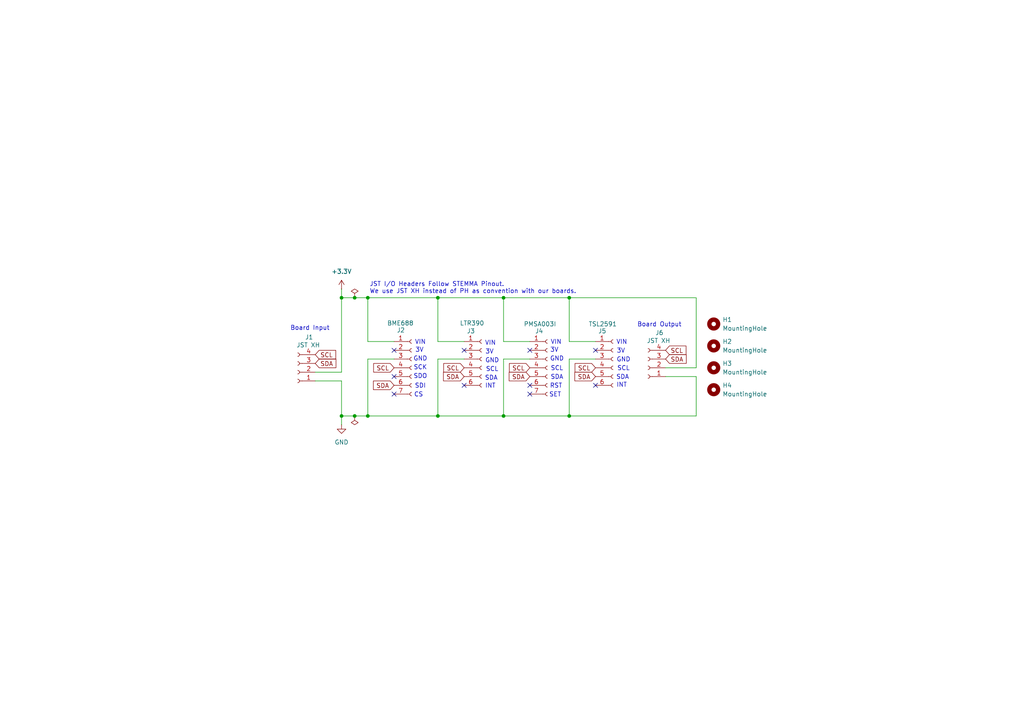
<source format=kicad_sch>
(kicad_sch (version 20250114) (generator "eeschema") (generator_version "9.0")
  (paper "A4")
  (title_block (title "LEOS Purpleboard") (date "2026-02-12") (rev "2.1") (company "VIP Lightning From the Edge of Space"))
  (lib_symbols
    (symbol "Connector:Conn_01x04_Socket" (pin_names (offset 1.016) (hide yes))
      (property "Reference" "J" (at 0 5.08 0))
      (property "Value" "Conn_01x04_Socket" (at 0 -7.62 0))
      (symbol "Conn_01x04_Socket_1_1"
        (polyline (pts (xy -1.27 2.54) (xy -0.508 2.54)) (stroke (width 0.1524)))
        (polyline (pts (xy -1.27 0) (xy -0.508 0)) (stroke (width 0.1524)))
        (polyline (pts (xy -1.27 -2.54) (xy -0.508 -2.54)) (stroke (width 0.1524)))
        (polyline (pts (xy -1.27 -5.08) (xy -0.508 -5.08)) (stroke (width 0.1524)))
        (arc (start 0 2.032) (mid -0.5058 2.54) (end 0 3.048) (stroke (width 0.1524)))
        (arc (start 0 -0.508) (mid -0.5058 0) (end 0 0.508) (stroke (width 0.1524)))
        (arc (start 0 -3.048) (mid -0.5058 -2.54) (end 0 -2.032) (stroke (width 0.1524)))
        (arc (start 0 -5.588) (mid -0.5058 -5.08) (end 0 -4.572) (stroke (width 0.1524)))
        (pin passive line (at -5.08 2.54 0) (length 3.81) (name "Pin_1") (number "1"))
        (pin passive line (at -5.08 0 0) (length 3.81) (name "Pin_2") (number "2"))
        (pin passive line (at -5.08 -2.54 0) (length 3.81) (name "Pin_3") (number "3"))
        (pin passive line (at -5.08 -5.08 0) (length 3.81) (name "Pin_4") (number "4"))
      )
    )
    (symbol "Connector:Conn_01x06_Socket" (pin_names (offset 1.016) (hide yes))
      (property "Reference" "J" (at 0 7.62 0))
      (property "Value" "Conn_01x06_Socket" (at 0 -10.16 0))
      (symbol "Conn_01x06_Socket_1_1"
        (polyline (pts (xy -1.27 5.08) (xy -0.508 5.08)) (stroke (width 0.1524)))
        (polyline (pts (xy -1.27 2.54) (xy -0.508 2.54)) (stroke (width 0.1524)))
        (polyline (pts (xy -1.27 0) (xy -0.508 0)) (stroke (width 0.1524)))
        (polyline (pts (xy -1.27 -2.54) (xy -0.508 -2.54)) (stroke (width 0.1524)))
        (polyline (pts (xy -1.27 -5.08) (xy -0.508 -5.08)) (stroke (width 0.1524)))
        (polyline (pts (xy -1.27 -7.62) (xy -0.508 -7.62)) (stroke (width 0.1524)))
        (arc (start 0 4.572) (mid -0.5058 5.08) (end 0 5.588) (stroke (width 0.1524)))
        (arc (start 0 2.032) (mid -0.5058 2.54) (end 0 3.048) (stroke (width 0.1524)))
        (arc (start 0 -0.508) (mid -0.5058 0) (end 0 0.508) (stroke (width 0.1524)))
        (arc (start 0 -3.048) (mid -0.5058 -2.54) (end 0 -2.032) (stroke (width 0.1524)))
        (arc (start 0 -5.588) (mid -0.5058 -5.08) (end 0 -4.572) (stroke (width 0.1524)))
        (arc (start 0 -8.128) (mid -0.5058 -7.62) (end 0 -7.112) (stroke (width 0.1524)))
        (pin passive line (at -5.08 5.08 0) (length 3.81) (name "Pin_1") (number "1"))
        (pin passive line (at -5.08 2.54 0) (length 3.81) (name "Pin_2") (number "2"))
        (pin passive line (at -5.08 0 0) (length 3.81) (name "Pin_3") (number "3"))
        (pin passive line (at -5.08 -2.54 0) (length 3.81) (name "Pin_4") (number "4"))
        (pin passive line (at -5.08 -5.08 0) (length 3.81) (name "Pin_5") (number "5"))
        (pin passive line (at -5.08 -7.62 0) (length 3.81) (name "Pin_6") (number "6"))
      )
    )
    (symbol "Connector:Conn_01x07_Socket" (pin_names (offset 1.016) (hide yes))
      (property "Reference" "J" (at 0 10.16 0))
      (property "Value" "Conn_01x07_Socket" (at 0 -10.16 0))
      (symbol "Conn_01x07_Socket_1_1"
        (polyline (pts (xy -1.27 7.62) (xy -0.508 7.62)) (stroke (width 0.1524)))
        (polyline (pts (xy -1.27 5.08) (xy -0.508 5.08)) (stroke (width 0.1524)))
        (polyline (pts (xy -1.27 2.54) (xy -0.508 2.54)) (stroke (width 0.1524)))
        (polyline (pts (xy -1.27 0) (xy -0.508 0)) (stroke (width 0.1524)))
        (polyline (pts (xy -1.27 -2.54) (xy -0.508 -2.54)) (stroke (width 0.1524)))
        (polyline (pts (xy -1.27 -5.08) (xy -0.508 -5.08)) (stroke (width 0.1524)))
        (polyline (pts (xy -1.27 -7.62) (xy -0.508 -7.62)) (stroke (width 0.1524)))
        (arc (start 0 7.112) (mid -0.5058 7.62) (end 0 8.128) (stroke (width 0.1524)))
        (arc (start 0 4.572) (mid -0.5058 5.08) (end 0 5.588) (stroke (width 0.1524)))
        (arc (start 0 2.032) (mid -0.5058 2.54) (end 0 3.048) (stroke (width 0.1524)))
        (arc (start 0 -0.508) (mid -0.5058 0) (end 0 0.508) (stroke (width 0.1524)))
        (arc (start 0 -3.048) (mid -0.5058 -2.54) (end 0 -2.032) (stroke (width 0.1524)))
        (arc (start 0 -5.588) (mid -0.5058 -5.08) (end 0 -4.572) (stroke (width 0.1524)))
        (arc (start 0 -8.128) (mid -0.5058 -7.62) (end 0 -7.112) (stroke (width 0.1524)))
        (pin passive line (at -5.08 7.62 0) (length 3.81) (name "Pin_1") (number "1"))
        (pin passive line (at -5.08 5.08 0) (length 3.81) (name "Pin_2") (number "2"))
        (pin passive line (at -5.08 2.54 0) (length 3.81) (name "Pin_3") (number "3"))
        (pin passive line (at -5.08 0 0) (length 3.81) (name "Pin_4") (number "4"))
        (pin passive line (at -5.08 -2.54 0) (length 3.81) (name "Pin_5") (number "5"))
        (pin passive line (at -5.08 -5.08 0) (length 3.81) (name "Pin_6") (number "6"))
        (pin passive line (at -5.08 -7.62 0) (length 3.81) (name "Pin_7") (number "7"))
      )
    )
    (symbol "Mechanical:MountingHole" (pin_names (offset 1.016)) (in_bom no)
      (property "Reference" "H" (at 0 5.08 0))
      (property "Value" "MountingHole" (at 0 3.175 0))
      (symbol "MountingHole_0_1"
        (circle (center 0 0) (radius 1.27) (stroke (width 1.27)))
      )
    )
    (symbol "power:+3.3V" (power) (pin_numbers (hide yes)) (pin_names (offset 0) (hide yes))
      (property "Value" "+3.3V" (at 0 3.556 0))
      (symbol "+3.3V_0_1"
        (polyline (pts (xy -0.762 1.27) (xy 0 2.54)))
        (polyline (pts (xy 0 2.54) (xy 0.762 1.27)))
        (polyline (pts (xy 0 0) (xy 0 2.54)))
      )
      (symbol "+3.3V_1_1"
        (pin power_in line (at 0 0 90) (length 0) (name "~") (number "1"))
      )
    )
    (symbol "power:GND" (power) (pin_numbers (hide yes)) (pin_names (offset 0) (hide yes))
      (property "Value" "GND" (at 0 -3.81 0))
      (symbol "GND_0_1"
        (polyline (pts (xy 0 0) (xy 0 -1.27) (xy 1.27 -1.27) (xy 0 -2.54) (xy -1.27 -1.27) (xy 0 -1.27)))
      )
      (symbol "GND_1_1"
        (pin power_in line (at 0 0 270) (length 0) (name "~") (number "1"))
      )
    )
    (symbol "power:PWR_FLAG" (power) (pin_numbers (hide yes)) (pin_names (offset 0) (hide yes))
      (property "Value" "PWR_FLAG" (at 0 3.81 0))
      (symbol "PWR_FLAG_0_0"
        (pin power_out line (at 0 0 90) (length 0) (name "~") (number "1"))
      )
      (symbol "PWR_FLAG_0_1"
        (polyline (pts (xy 0 0) (xy 0 1.27) (xy -1.016 1.905) (xy 0 2.54) (xy 1.016 1.905) (xy 0 1.27)))
      )
    )
  )
  (text "JST I/O Headers Follow STEMMA Pinout.\nWe use JST XH instead of PH as convention with our boards." (at 107.188 83.566 0) (effects (font (size 1.27 1.27)) (justify left)))
  (text "SCK" (at 121.92 106.68 0) (effects (font (size 1.27 1.27))))
  (text "GND" (at 142.748 104.648 0) (effects (font (size 1.27 1.27))))
  (text "VIN" (at 142.24 99.568 0) (effects (font (size 1.27 1.27))))
  (text "INT" (at 180.34 111.76 0) (effects (font (size 1.27 1.27))))
  (text "GND" (at 121.92 104.14 0) (effects (font (size 1.27 1.27))))
  (text "VIN" (at 161.29 99.314 0) (effects (font (size 1.27 1.27))))
  (text "GND" (at 180.848 104.394 0) (effects (font (size 1.27 1.27))))
  (text "SDI" (at 121.92 112.014 0) (effects (font (size 1.27 1.27))))
  (text "INT" (at 142.24 112.014 0) (effects (font (size 1.27 1.27))))
  (text "SET" (at 161.036 114.554 0) (effects (font (size 1.27 1.27))))
  (text "SDA" (at 161.544 109.474 0) (effects (font (size 1.27 1.27))))
  (text "SDA" (at 180.594 109.474 0) (effects (font (size 1.27 1.27))))
  (text "SDO" (at 121.92 109.22 0) (effects (font (size 1.27 1.27))))
  (text "VIN" (at 180.34 99.314 0) (effects (font (size 1.27 1.27))))
  (text "SCL" (at 142.748 107.188 0) (effects (font (size 1.27 1.27))))
  (text "Board Output" (at 191.262 94.234 0) (effects (font (size 1.27 1.27))))
  (text "3V" (at 141.986 102.108 0) (effects (font (size 1.27 1.27))))
  (text "Board Input" (at 89.916 95.25 0) (effects (font (size 1.27 1.27))))
  (text "3V" (at 180.086 101.854 0) (effects (font (size 1.27 1.27))))
  (text "RST" (at 161.29 112.014 0) (effects (font (size 1.27 1.27))))
  (text "SCL" (at 180.848 106.934 0) (effects (font (size 1.27 1.27))))
  (text "SDA" (at 142.494 109.728 0) (effects (font (size 1.27 1.27))))
  (text "3V" (at 160.782 101.6 0) (effects (font (size 1.27 1.27))))
  (text "GND" (at 161.544 104.14 0) (effects (font (size 1.27 1.27))))
  (text "VIN" (at 121.92 99.314 0) (effects (font (size 1.27 1.27))))
  (text "CS" (at 121.412 114.554 0) (effects (font (size 1.27 1.27))))
  (text "SCL" (at 161.544 106.934 0) (effects (font (size 1.27 1.27))))
  (text "3V" (at 121.666 101.6 0) (effects (font (size 1.27 1.27))))
  (junction (at 102.87 120.65))
  (junction (at 146.05 120.65))
  (junction (at 106.68 86.36))
  (junction (at 102.87 86.36))
  (junction (at 165.1 86.36))
  (junction (at 99.06 86.36))
  (junction (at 146.05 86.36))
  (junction (at 127 86.36))
  (junction (at 127 120.65))
  (junction (at 165.1 120.65))
  (junction (at 99.06 120.65))
  (junction (at 106.68 120.65))
  (no_connect (at 134.62 101.6))
  (no_connect (at 114.3 114.3))
  (no_connect (at 153.67 101.6))
  (no_connect (at 114.3 109.22))
  (no_connect (at 153.67 111.76))
  (no_connect (at 114.3 101.6))
  (no_connect (at 172.72 111.76))
  (no_connect (at 172.72 101.6))
  (no_connect (at 134.62 111.76))
  (no_connect (at 153.67 114.3))
  (wire (pts (xy 99.06 120.65) (xy 102.87 120.65)))
  (wire (pts (xy 102.87 86.36) (xy 106.68 86.36)))
  (wire (pts (xy 127 120.65) (xy 146.05 120.65)))
  (wire (pts (xy 106.68 86.36) (xy 127 86.36)))
  (wire (pts (xy 146.05 86.36) (xy 165.1 86.36)))
  (wire (pts (xy 106.68 104.14) (xy 106.68 120.65)))
  (wire (pts (xy 165.1 120.65) (xy 201.93 120.65)))
  (wire (pts (xy 172.72 104.14) (xy 165.1 104.14)))
  (wire (pts (xy 99.06 110.49) (xy 99.06 120.65)))
  (wire (pts (xy 127 86.36) (xy 146.05 86.36)))
  (wire (pts (xy 99.06 120.65) (xy 99.06 123.19)))
  (wire (pts (xy 134.62 104.14) (xy 127 104.14)))
  (wire (pts (xy 106.68 86.36) (xy 106.68 99.06)))
  (wire (pts (xy 99.06 86.36) (xy 99.06 107.95)))
  (wire (pts (xy 153.67 104.14) (xy 146.05 104.14)))
  (wire (pts (xy 153.67 99.06) (xy 146.05 99.06)))
  (wire (pts (xy 193.04 109.22) (xy 201.93 109.22)))
  (wire (pts (xy 127 104.14) (xy 127 120.65)))
  (wire (pts (xy 99.06 86.36) (xy 99.06 83.82)))
  (wire (pts (xy 201.93 106.68) (xy 193.04 106.68)))
  (wire (pts (xy 201.93 86.36) (xy 201.93 106.68)))
  (wire (pts (xy 165.1 86.36) (xy 201.93 86.36)))
  (wire (pts (xy 165.1 104.14) (xy 165.1 120.65)))
  (wire (pts (xy 106.68 104.14) (xy 114.3 104.14)))
  (wire (pts (xy 99.06 86.36) (xy 102.87 86.36)))
  (wire (pts (xy 91.44 110.49) (xy 99.06 110.49)))
  (wire (pts (xy 99.06 107.95) (xy 91.44 107.95)))
  (wire (pts (xy 201.93 120.65) (xy 201.93 109.22)))
  (wire (pts (xy 146.05 120.65) (xy 165.1 120.65)))
  (wire (pts (xy 106.68 99.06) (xy 114.3 99.06)))
  (wire (pts (xy 102.87 120.65) (xy 106.68 120.65)))
  (wire (pts (xy 127 86.36) (xy 127 99.06)))
  (wire (pts (xy 106.68 120.65) (xy 127 120.65)))
  (wire (pts (xy 165.1 99.06) (xy 165.1 86.36)))
  (wire (pts (xy 146.05 99.06) (xy 146.05 86.36)))
  (wire (pts (xy 127 99.06) (xy 134.62 99.06)))
  (wire (pts (xy 146.05 104.14) (xy 146.05 120.65)))
  (wire (pts (xy 172.72 99.06) (xy 165.1 99.06)))
  (global_label "SCL" (shape input) (at 193.04 101.6 0) (property "Intersheetrefs" "${INTERSHEET_REFS}" (effects (hide yes))))
  (global_label "SDA" (shape input) (at 193.04 104.14 0) (property "Intersheetrefs" "${INTERSHEET_REFS}" (effects (hide yes))))
  (global_label "SDA" (shape input) (at 172.72 109.22 180) (property "Intersheetrefs" "${INTERSHEET_REFS}" (effects (hide yes))))
  (global_label "SDA" (shape input) (at 134.62 109.22 180) (property "Intersheetrefs" "${INTERSHEET_REFS}" (effects (hide yes))))
  (global_label "SCL" (shape input) (at 91.44 102.87 0) (property "Intersheetrefs" "${INTERSHEET_REFS}" (effects (hide yes))))
  (global_label "SDA" (shape input) (at 91.44 105.41 0) (property "Intersheetrefs" "${INTERSHEET_REFS}" (effects (hide yes))))
  (global_label "SCL" (shape input) (at 172.72 106.68 180) (property "Intersheetrefs" "${INTERSHEET_REFS}" (effects (hide yes))))
  (global_label "SDA" (shape input) (at 153.67 109.22 180) (property "Intersheetrefs" "${INTERSHEET_REFS}" (effects (hide yes))))
  (global_label "SCL" (shape input) (at 153.67 106.68 180) (property "Intersheetrefs" "${INTERSHEET_REFS}" (effects (hide yes))))
  (global_label "SCL" (shape input) (at 114.3 106.68 180) (property "Intersheetrefs" "${INTERSHEET_REFS}" (effects (hide yes))))
  (global_label "SDA" (shape input) (at 114.3 111.76 180) (property "Intersheetrefs" "${INTERSHEET_REFS}" (effects (hide yes))))
  (global_label "SCL" (shape input) (at 134.62 106.68 180) (property "Intersheetrefs" "${INTERSHEET_REFS}" (effects (hide yes))))
  (symbol (lib_id "Mechanical:MountingHole") (at 207.01 93.98 0) (unit 1) (in_bom no)
    (property "Reference" "H1" (at 209.55 92.7099 0) (effects (justify left)))
    (property "Value" "MountingHole" (at 209.55 95.2499 0) (effects (justify left)))
    (property "Footprint" "MountingHole:MountingHole_3.2mm_M3" (effects (hide yes)))
    (property "Description" "Mounting Hole without connection" (effects (hide yes)))
  )
  (symbol (lib_id "power:GND") (at 99.06 123.19 0) (unit 1)
    (property "Reference" "#PWR04" (effects (hide yes)))
    (property "Value" "GND" (at 99.06 128.27 0))
    (property "Description" "Power symbol creates a global label with name \"GND\" , ground" (effects (hide yes)))
  )
  (symbol (lib_id "Mechanical:MountingHole") (at 207.01 106.68 0) (unit 1) (in_bom no)
    (property "Reference" "H3" (at 209.55 105.4099 0) (effects (justify left)))
    (property "Value" "MountingHole" (at 209.55 107.9499 0) (effects (justify left)))
    (property "Footprint" "MountingHole:MountingHole_3.2mm_M3" (effects (hide yes)))
    (property "Description" "Mounting Hole without connection" (effects (hide yes)))
  )
  (symbol (lib_id "Connector:Conn_01x06_Socket") (at 139.7 104.14 0) (unit 1)
    (property "Reference" "J3" (at 135.382 96.012 0) (effects (justify left)))
    (property "Value" "LTR390" (at 133.35 93.726 0) (effects (justify left)))
    (property "Footprint" "Connector_PinHeader_2.54mm:PinHeader_1x06_P2.54mm_Vertical" (effects (hide yes)))
    (property "Description" "Generic connector, single row, 01x06, script generated" (effects (hide yes)))
  )
  (symbol (lib_id "Mechanical:MountingHole") (at 207.01 113.03 0) (unit 1) (in_bom no)
    (property "Reference" "H4" (at 209.55 111.7599 0) (effects (justify left)))
    (property "Value" "MountingHole" (at 209.55 114.2999 0) (effects (justify left)))
    (property "Footprint" "MountingHole:MountingHole_3.2mm_M3" (effects (hide yes)))
    (property "Description" "Mounting Hole without connection" (effects (hide yes)))
  )
  (symbol (lib_id "Connector:Conn_01x07_Socket") (at 158.75 106.68 0) (unit 1)
    (property "Reference" "J4" (at 155.194 96.012 0) (effects (justify left)))
    (property "Value" "PMSA003I" (at 151.892 93.98 0) (effects (justify left)))
    (property "Footprint" "Connector_PinHeader_2.54mm:PinHeader_1x07_P2.54mm_Vertical" (effects (hide yes)))
    (property "Description" "Generic connector, single row, 01x07, script generated" (effects (hide yes)))
  )
  (symbol (lib_id "power:PWR_FLAG") (at 102.87 120.65 180) (unit 1)
    (property "Reference" "#FLG02" (effects (hide yes)))
    (property "Value" "PWR_FLAG" (effects (hide yes)))
    (property "Description" "Special symbol for telling ERC where power comes from" (effects (hide yes)))
  )
  (symbol (lib_id "power:PWR_FLAG") (at 102.87 86.36 0) (unit 1)
    (property "Reference" "#FLG01" (effects (hide yes)))
    (property "Value" "PWR_FLAG" (effects (hide yes)))
    (property "Description" "Special symbol for telling ERC where power comes from" (effects (hide yes)))
  )
  (symbol (lib_id "power:+3.3V") (at 99.06 83.82 0) (mirror y) (unit 1)
    (property "Reference" "#PWR03" (effects (hide yes)))
    (property "Value" "+3.3V" (at 99.06 78.74 0))
    (property "Description" "Power symbol creates a global label with name \"+3.3V\"" (effects (hide yes)))
  )
  (symbol (lib_id "Connector:Conn_01x06_Socket") (at 177.8 104.14 0) (unit 1)
    (property "Reference" "J5" (at 173.482 96.012 0) (effects (justify left)))
    (property "Value" "TSL2591" (at 170.688 93.98 0) (effects (justify left)))
    (property "Footprint" "Connector_PinHeader_2.54mm:PinHeader_1x06_P2.54mm_Vertical" (effects (hide yes)))
    (property "Description" "Generic connector, single row, 01x06, script generated" (effects (hide yes)))
  )
  (symbol (lib_id "Connector:Conn_01x04_Socket") (at 86.36 107.95 180) (unit 1)
    (property "Reference" "J1" (at 89.662 97.79 0))
    (property "Value" "JST XH" (at 89.408 100.076 0))
    (property "Footprint" "Connector_JST:JST_XH_S4B-XH-A_1x04_P2.50mm_Horizontal" (effects (hide yes)))
    (property "Description" "Generic connector, single row, 01x04, script generated" (effects (hide yes)))
  )
  (symbol (lib_id "Connector:Conn_01x07_Socket") (at 119.38 106.68 0) (unit 1)
    (property "Reference" "J2" (at 115.062 95.758 0) (effects (justify left)))
    (property "Value" "BME688" (at 112.268 93.726 0) (effects (justify left)))
    (property "Footprint" "Connector_PinHeader_2.54mm:PinHeader_1x07_P2.54mm_Vertical" (effects (hide yes)))
    (property "Description" "Generic connector, single row, 01x07, script generated" (effects (hide yes)))
  )
  (symbol (lib_id "Mechanical:MountingHole") (at 207.01 100.33 0) (unit 1) (in_bom no)
    (property "Reference" "H2" (at 209.55 99.0599 0) (effects (justify left)))
    (property "Value" "MountingHole" (at 209.55 101.5999 0) (effects (justify left)))
    (property "Footprint" "MountingHole:MountingHole_3.2mm_M3" (effects (hide yes)))
    (property "Description" "Mounting Hole without connection" (effects (hide yes)))
  )
  (symbol (lib_id "Connector:Conn_01x04_Socket") (at 187.96 106.68 180) (unit 1)
    (property "Reference" "J6" (at 191.262 96.52 0))
    (property "Value" "JST XH" (at 191.008 98.806 0))
    (property "Footprint" "Connector_JST:JST_XH_S4B-XH-A_1x04_P2.50mm_Horizontal" (effects (hide yes)))
    (property "Description" "Generic connector, single row, 01x04, script generated" (effects (hide yes)))
  )
)
</source>
